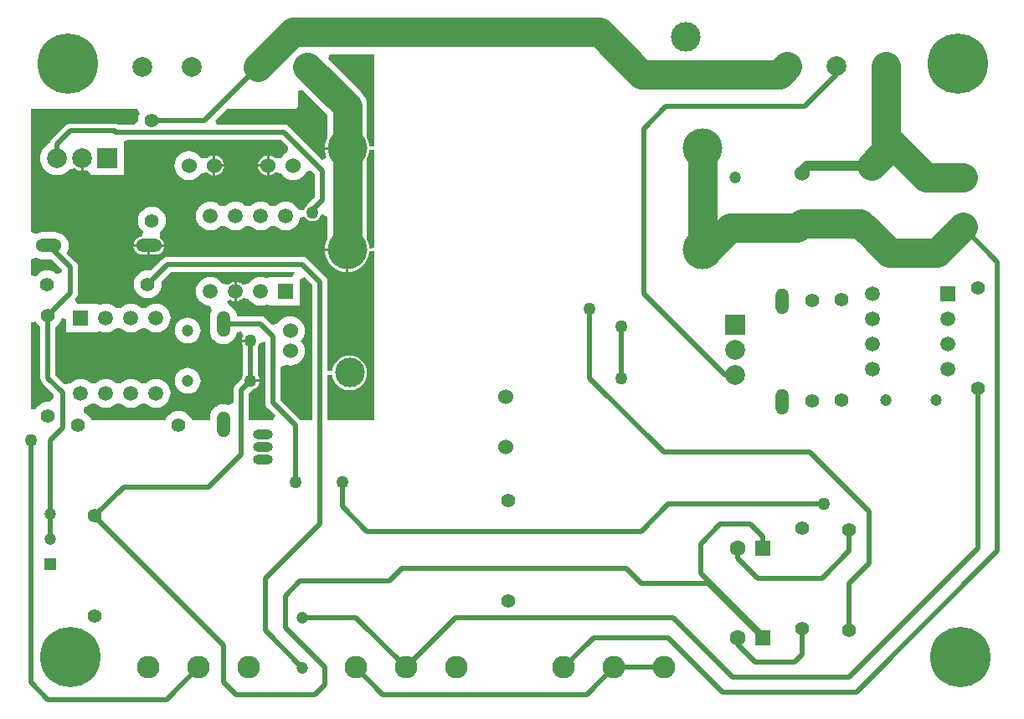
<source format=gbl>
G04*
G04 #@! TF.GenerationSoftware,Altium Limited,Altium Designer,18.0.7 (293)*
G04*
G04 Layer_Physical_Order=2*
G04 Layer_Color=16711680*
%FSLAX43Y43*%
%MOMM*%
G71*
G01*
G75*
%ADD38C,3.000*%
%ADD39C,0.500*%
%ADD40C,1.000*%
%ADD41R,2.000X2.000*%
%ADD42C,2.000*%
%ADD43O,1.321X2.642*%
%ADD44C,1.524*%
%ADD45C,1.400*%
%ADD46O,2.642X1.321*%
%ADD47C,6.100*%
%ADD48C,1.500*%
%ADD49C,4.000*%
%ADD50O,2.000X1.000*%
%ADD51O,2.000X1.000*%
%ADD52R,2.000X2.000*%
%ADD53C,1.200*%
%ADD54R,1.500X1.500*%
%ADD55R,1.500X1.500*%
%ADD56C,2.286*%
%ADD57R,1.600X1.600*%
%ADD58C,1.600*%
%ADD59R,1.200X1.200*%
%ADD60C,1.270*%
%ADD61C,3.000*%
G36*
X11888Y60339D02*
X12021Y60000D01*
X11950Y59868D01*
X11870Y59604D01*
X11843Y59330D01*
X11439Y58882D01*
X9908D01*
X9878Y58905D01*
X9696Y58981D01*
X9500Y59006D01*
X5000D01*
X4804Y58981D01*
X4622Y58905D01*
X4465Y58785D01*
X4465Y58785D01*
X3135Y57455D01*
X3015Y57298D01*
X2939Y57116D01*
X2928Y57031D01*
X2721Y56920D01*
X2462Y56708D01*
X2250Y56449D01*
X2092Y56154D01*
X1995Y55833D01*
X1962Y55500D01*
X1995Y55167D01*
X2092Y54846D01*
X2250Y54551D01*
X2462Y54292D01*
X2721Y54080D01*
X3016Y53922D01*
X3337Y53825D01*
X3670Y53792D01*
X4003Y53825D01*
X4324Y53922D01*
X4619Y54080D01*
X4878Y54292D01*
X4905Y54325D01*
X4956Y54360D01*
X5510Y54452D01*
X5728Y54336D01*
X5964Y54264D01*
X6083Y54252D01*
Y55500D01*
X6337D01*
Y54252D01*
X6456Y54264D01*
X6550Y54293D01*
X6914Y54103D01*
X7050Y53960D01*
Y53800D01*
X10450D01*
Y57200D01*
X10880Y57370D01*
X26311D01*
X27034Y56647D01*
X27000Y56324D01*
X26905Y56068D01*
X26724Y55971D01*
X26501Y55789D01*
X26319Y55566D01*
X26296Y55524D01*
X25752Y55465D01*
X25725Y55475D01*
X25512Y55637D01*
X25265Y55740D01*
X25127Y55758D01*
Y54750D01*
Y53742D01*
X25265Y53760D01*
X25512Y53863D01*
X25725Y54025D01*
X25752Y54035D01*
X26296Y53976D01*
X26319Y53934D01*
X26501Y53711D01*
X26724Y53529D01*
X26978Y53393D01*
X27253Y53309D01*
X27540Y53281D01*
X27827Y53309D01*
X28102Y53393D01*
X28356Y53529D01*
X28579Y53711D01*
X28761Y53934D01*
X28858Y54115D01*
X29114Y54210D01*
X29368Y54236D01*
X29744Y53884D01*
Y51563D01*
X28965Y50785D01*
X28965Y50785D01*
X28845Y50628D01*
X28825Y50581D01*
X28723Y50448D01*
X28644Y50255D01*
X28568Y50229D01*
X28172Y50207D01*
X28128Y50221D01*
X28001Y50457D01*
X27820Y50678D01*
X27599Y50859D01*
X27348Y50994D01*
X27074Y51077D01*
X26790Y51105D01*
X26506Y51077D01*
X26232Y50994D01*
X25981Y50859D01*
X25840Y50744D01*
X25753Y50678D01*
X25287D01*
X25200Y50744D01*
X25059Y50859D01*
X24808Y50994D01*
X24534Y51077D01*
X24250Y51105D01*
X23966Y51077D01*
X23692Y50994D01*
X23441Y50859D01*
X23300Y50744D01*
X23213Y50678D01*
X22747D01*
X22660Y50744D01*
X22519Y50859D01*
X22268Y50994D01*
X21994Y51077D01*
X21710Y51105D01*
X21426Y51077D01*
X21152Y50994D01*
X20901Y50859D01*
X20760Y50744D01*
X20673Y50678D01*
X20207D01*
X20120Y50744D01*
X19979Y50859D01*
X19728Y50994D01*
X19454Y51077D01*
X19170Y51105D01*
X18886Y51077D01*
X18612Y50994D01*
X18361Y50859D01*
X18140Y50678D01*
X17959Y50457D01*
X17824Y50206D01*
X17741Y49932D01*
X17713Y49648D01*
X17741Y49364D01*
X17824Y49090D01*
X17959Y48839D01*
X18140Y48618D01*
X18361Y48437D01*
X18612Y48302D01*
X18886Y48219D01*
X19170Y48191D01*
X19454Y48219D01*
X19728Y48302D01*
X19979Y48437D01*
X20120Y48552D01*
X20207Y48618D01*
X20673D01*
X20760Y48552D01*
X20901Y48437D01*
X21152Y48302D01*
X21426Y48219D01*
X21710Y48191D01*
X21994Y48219D01*
X22268Y48302D01*
X22519Y48437D01*
X22660Y48552D01*
X22747Y48618D01*
X23213D01*
X23300Y48552D01*
X23441Y48437D01*
X23692Y48302D01*
X23966Y48219D01*
X24250Y48191D01*
X24534Y48219D01*
X24808Y48302D01*
X25059Y48437D01*
X25200Y48552D01*
X25287Y48618D01*
X25753D01*
X25840Y48552D01*
X25981Y48437D01*
X26232Y48302D01*
X26506Y48219D01*
X26790Y48191D01*
X27074Y48219D01*
X27348Y48302D01*
X27599Y48437D01*
X27820Y48618D01*
X28001Y48839D01*
X28136Y49090D01*
X28219Y49364D01*
X28227Y49444D01*
X28663Y49539D01*
X28738Y49533D01*
X28866Y49366D01*
X29052Y49223D01*
X29268Y49134D01*
X29500Y49103D01*
X29732Y49134D01*
X29948Y49223D01*
X30134Y49366D01*
X30277Y49552D01*
X30366Y49768D01*
X30490Y49845D01*
X30990Y49568D01*
Y47284D01*
X30985Y47276D01*
X30850Y46949D01*
X30767Y46604D01*
X30749Y46377D01*
X33000D01*
Y46250D01*
X33127D01*
Y43999D01*
X33354Y44017D01*
X33699Y44100D01*
X34026Y44235D01*
X34329Y44421D01*
X34599Y44651D01*
X34829Y44921D01*
X35015Y45224D01*
X35150Y45551D01*
X35233Y45896D01*
X35250Y46111D01*
X35750Y46091D01*
Y29000D01*
X31006D01*
Y33561D01*
X31506Y33586D01*
X31521Y33434D01*
X31622Y33104D01*
X31785Y32799D01*
X32004Y32532D01*
X32271Y32313D01*
X32576Y32150D01*
X32906Y32049D01*
X33250Y32016D01*
X33594Y32049D01*
X33924Y32150D01*
X34229Y32313D01*
X34496Y32532D01*
X34715Y32799D01*
X34878Y33104D01*
X34979Y33434D01*
X35012Y33778D01*
X34979Y34122D01*
X34878Y34452D01*
X34715Y34757D01*
X34496Y35024D01*
X34229Y35243D01*
X33924Y35406D01*
X33594Y35507D01*
X33250Y35540D01*
X32906Y35507D01*
X32576Y35406D01*
X32271Y35243D01*
X32004Y35024D01*
X31785Y34757D01*
X31622Y34452D01*
X31521Y34122D01*
X31506Y33970D01*
X31006Y33995D01*
Y43000D01*
X31006Y43000D01*
X30981Y43196D01*
X30905Y43378D01*
X30785Y43535D01*
X30785Y43535D01*
X29035Y45285D01*
X28878Y45405D01*
X28696Y45481D01*
X28500Y45506D01*
X14830D01*
X14634Y45481D01*
X14452Y45405D01*
X14295Y45285D01*
X13132Y44121D01*
X13104Y44130D01*
X12830Y44157D01*
X12556Y44130D01*
X12292Y44050D01*
X12048Y43920D01*
X11835Y43745D01*
X11660Y43532D01*
X11530Y43288D01*
X11450Y43024D01*
X11423Y42750D01*
X11450Y42476D01*
X11530Y42212D01*
X11660Y41968D01*
X11835Y41755D01*
X12048Y41580D01*
X12292Y41450D01*
X12556Y41370D01*
X12830Y41343D01*
X13104Y41370D01*
X13368Y41450D01*
X13612Y41580D01*
X13825Y41755D01*
X14000Y41968D01*
X14130Y42212D01*
X14210Y42476D01*
X14237Y42750D01*
X14210Y43024D01*
X14201Y43052D01*
X15143Y43994D01*
X27667D01*
X27678Y43978D01*
X27411Y43478D01*
X25340D01*
X25340Y43478D01*
X24840Y43357D01*
X24808Y43374D01*
X24534Y43457D01*
X24250Y43485D01*
X23966Y43457D01*
X23692Y43374D01*
X23441Y43239D01*
X23220Y43058D01*
X23039Y42837D01*
X23003Y42771D01*
X22999Y42769D01*
X22500Y42715D01*
X22431Y42738D01*
X22426Y42744D01*
X22216Y42905D01*
X21972Y43006D01*
X21837Y43024D01*
Y42028D01*
Y41032D01*
X21972Y41050D01*
X22216Y41151D01*
X22426Y41312D01*
X22431Y41318D01*
X22500Y41341D01*
X22999Y41287D01*
X23003Y41285D01*
X23039Y41219D01*
X23220Y40998D01*
X23441Y40817D01*
X23692Y40682D01*
X23966Y40599D01*
X24250Y40571D01*
X24534Y40599D01*
X24808Y40682D01*
X24840Y40699D01*
X25340Y40578D01*
Y40578D01*
X28240D01*
Y43233D01*
X28740Y43440D01*
X29494Y42687D01*
Y29000D01*
X28312D01*
X28285Y29035D01*
X28285Y29035D01*
X26256Y31063D01*
Y34290D01*
X26534Y34507D01*
X26756Y34606D01*
X26963Y34543D01*
X27250Y34515D01*
X27537Y34543D01*
X27812Y34627D01*
X28066Y34763D01*
X28289Y34945D01*
X28471Y35168D01*
X28607Y35422D01*
X28691Y35697D01*
X28719Y35984D01*
X28691Y36271D01*
X28607Y36546D01*
X28471Y36800D01*
X28308Y37000D01*
X28471Y37200D01*
X28607Y37454D01*
X28691Y37729D01*
X28719Y38016D01*
X28691Y38303D01*
X28607Y38578D01*
X28471Y38832D01*
X28289Y39055D01*
X28066Y39237D01*
X27812Y39373D01*
X27537Y39457D01*
X27250Y39485D01*
X26963Y39457D01*
X26688Y39373D01*
X26434Y39237D01*
X26211Y39055D01*
X26029Y38832D01*
X25999Y38778D01*
X25500Y38652D01*
X25399Y38671D01*
X24797Y39273D01*
X24640Y39393D01*
X24458Y39469D01*
X24262Y39494D01*
X21835D01*
X21818Y39665D01*
X21740Y39922D01*
X21614Y40158D01*
X21444Y40365D01*
X21237Y40535D01*
X21001Y40661D01*
X20885Y41019D01*
X21204Y41151D01*
X21448Y41050D01*
X21583Y41032D01*
Y42028D01*
Y43024D01*
X21448Y43006D01*
X21204Y42905D01*
X20994Y42744D01*
X20989Y42738D01*
X20920Y42715D01*
X20421Y42769D01*
X20417Y42771D01*
X20381Y42837D01*
X20200Y43058D01*
X19979Y43239D01*
X19728Y43374D01*
X19454Y43457D01*
X19170Y43485D01*
X18886Y43457D01*
X18612Y43374D01*
X18361Y43239D01*
X18140Y43058D01*
X17959Y42837D01*
X17824Y42586D01*
X17741Y42312D01*
X17713Y42028D01*
X17741Y41744D01*
X17824Y41470D01*
X17959Y41219D01*
X18140Y40998D01*
X18361Y40817D01*
X18612Y40682D01*
X18886Y40599D01*
X19043Y40583D01*
X19242Y40299D01*
X19300Y40081D01*
X19215Y39922D01*
X19137Y39665D01*
X19111Y39398D01*
Y38078D01*
X19137Y37811D01*
X19215Y37554D01*
X19341Y37318D01*
X19511Y37111D01*
X19718Y36941D01*
X19954Y36815D01*
X20211Y36737D01*
X20478Y36711D01*
X20744Y36737D01*
X21001Y36815D01*
X21237Y36941D01*
X21444Y37111D01*
X21614Y37318D01*
X21740Y37554D01*
X21818Y37811D01*
X21825Y37884D01*
X22302Y37962D01*
X22499Y37482D01*
X22473Y37448D01*
X22384Y37232D01*
X22370Y37127D01*
X23250D01*
Y36873D01*
X22370D01*
X22384Y36768D01*
X22473Y36552D01*
X22494Y36526D01*
Y33474D01*
X22473Y33448D01*
X22384Y33232D01*
X22380Y33199D01*
X21715Y32535D01*
X21595Y32378D01*
X21519Y32196D01*
X21494Y32000D01*
Y30791D01*
X21001Y30501D01*
X20744Y30579D01*
X20478Y30605D01*
X20211Y30579D01*
X19954Y30501D01*
X19718Y30375D01*
X19511Y30205D01*
X19341Y29998D01*
X19215Y29762D01*
X19137Y29505D01*
X19111Y29238D01*
Y29000D01*
X17277D01*
X17257Y29066D01*
X17127Y29310D01*
X16952Y29523D01*
X16739Y29698D01*
X16496Y29828D01*
X16232Y29908D01*
X15958Y29935D01*
X15683Y29908D01*
X15419Y29828D01*
X15176Y29698D01*
X14963Y29523D01*
X14788Y29310D01*
X14658Y29066D01*
X14638Y29000D01*
X7117D01*
X7097Y29066D01*
X6967Y29310D01*
X6792Y29523D01*
X6579Y29698D01*
X6402Y29792D01*
X6379Y30021D01*
X6445Y30317D01*
X6625Y30372D01*
X6877Y30506D01*
X7017Y30622D01*
X7104Y30688D01*
X7570D01*
X7658Y30622D01*
X7798Y30506D01*
X8050Y30372D01*
X8323Y30289D01*
X8607Y30261D01*
X8892Y30289D01*
X9165Y30372D01*
X9417Y30506D01*
X9557Y30622D01*
X9644Y30688D01*
X10110D01*
X10198Y30622D01*
X10338Y30506D01*
X10590Y30372D01*
X10863Y30289D01*
X11147Y30261D01*
X11432Y30289D01*
X11705Y30372D01*
X11957Y30506D01*
X12097Y30622D01*
X12184Y30688D01*
X12650D01*
X12738Y30622D01*
X12878Y30506D01*
X13130Y30372D01*
X13403Y30289D01*
X13687Y30261D01*
X13972Y30289D01*
X14245Y30372D01*
X14497Y30506D01*
X14718Y30688D01*
X14899Y30908D01*
X15034Y31160D01*
X15116Y31434D01*
X15144Y31718D01*
X15116Y32002D01*
X15034Y32276D01*
X14899Y32527D01*
X14718Y32748D01*
X14497Y32929D01*
X14245Y33064D01*
X13972Y33147D01*
X13687Y33175D01*
X13403Y33147D01*
X13130Y33064D01*
X12878Y32929D01*
X12738Y32814D01*
X12650Y32748D01*
X12184D01*
X12097Y32814D01*
X11957Y32929D01*
X11705Y33064D01*
X11432Y33147D01*
X11147Y33175D01*
X10863Y33147D01*
X10590Y33064D01*
X10338Y32929D01*
X10198Y32814D01*
X10110Y32748D01*
X9644D01*
X9557Y32814D01*
X9417Y32929D01*
X9165Y33064D01*
X8892Y33147D01*
X8607Y33175D01*
X8323Y33147D01*
X8050Y33064D01*
X7798Y32929D01*
X7658Y32814D01*
X7570Y32748D01*
X7104D01*
X7017Y32814D01*
X6877Y32929D01*
X6625Y33064D01*
X6352Y33147D01*
X6067Y33175D01*
X5783Y33147D01*
X5510Y33064D01*
X5258Y32929D01*
X5037Y32748D01*
X5033Y32744D01*
X4413Y32657D01*
X3506Y33563D01*
Y38425D01*
X3532Y38438D01*
X3745Y38613D01*
X3920Y38826D01*
X4050Y39070D01*
X4130Y39334D01*
X4617Y39266D01*
Y37888D01*
X7517D01*
X7517Y37888D01*
X8017Y38009D01*
X8050Y37992D01*
X8323Y37909D01*
X8607Y37881D01*
X8892Y37909D01*
X9165Y37992D01*
X9417Y38126D01*
X9557Y38242D01*
X9644Y38308D01*
X10110D01*
X10198Y38242D01*
X10338Y38126D01*
X10590Y37992D01*
X10863Y37909D01*
X11147Y37881D01*
X11432Y37909D01*
X11705Y37992D01*
X11957Y38126D01*
X12097Y38242D01*
X12184Y38308D01*
X12650D01*
X12738Y38242D01*
X12878Y38126D01*
X13130Y37992D01*
X13403Y37909D01*
X13687Y37881D01*
X13972Y37909D01*
X14245Y37992D01*
X14497Y38126D01*
X14718Y38308D01*
X14899Y38528D01*
X15034Y38780D01*
X15116Y39054D01*
X15144Y39338D01*
X15116Y39622D01*
X15034Y39896D01*
X14899Y40147D01*
X14718Y40368D01*
X14497Y40549D01*
X14245Y40684D01*
X13972Y40767D01*
X13687Y40795D01*
X13403Y40767D01*
X13130Y40684D01*
X12878Y40549D01*
X12738Y40434D01*
X12650Y40368D01*
X12184D01*
X12097Y40434D01*
X11957Y40549D01*
X11705Y40684D01*
X11432Y40767D01*
X11147Y40795D01*
X10863Y40767D01*
X10590Y40684D01*
X10338Y40549D01*
X10198Y40434D01*
X10110Y40368D01*
X9644D01*
X9557Y40434D01*
X9417Y40549D01*
X9165Y40684D01*
X8892Y40767D01*
X8607Y40795D01*
X8323Y40767D01*
X8050Y40684D01*
X8017Y40667D01*
X7517Y40788D01*
Y40788D01*
X5653D01*
X5462Y41250D01*
X5535Y41323D01*
X5655Y41480D01*
X5731Y41662D01*
X5756Y41858D01*
Y44500D01*
X5756Y44500D01*
X5731Y44696D01*
X5655Y44878D01*
X5535Y45035D01*
X5535Y45035D01*
X4626Y45944D01*
X4723Y46127D01*
X4801Y46383D01*
X4827Y46650D01*
X4801Y46917D01*
X4723Y47173D01*
X4597Y47409D01*
X4427Y47617D01*
X4220Y47787D01*
X3984Y47913D01*
X3727Y47991D01*
X3460Y48017D01*
X2140D01*
X1873Y47991D01*
X1616Y47913D01*
X1500Y47851D01*
X1146Y47993D01*
X1000Y48121D01*
Y60500D01*
X11752D01*
X11888Y60339D01*
D02*
G37*
G36*
X35750Y56659D02*
X35250Y56639D01*
X35233Y56854D01*
X35150Y57199D01*
X35015Y57526D01*
X35010Y57534D01*
Y60759D01*
X34971Y61152D01*
X34857Y61528D01*
X34671Y61876D01*
X34421Y62180D01*
X31063Y65538D01*
X31255Y66000D01*
X35750D01*
Y56659D01*
D02*
G37*
G36*
X30990Y59927D02*
Y57534D01*
X30985Y57526D01*
X30850Y57199D01*
X30767Y56854D01*
X30749Y56627D01*
X33000D01*
Y56373D01*
X30749D01*
X30767Y56146D01*
X30850Y55801D01*
X30937Y55589D01*
X30514Y55306D01*
X27159Y58661D01*
X27002Y58781D01*
X26820Y58857D01*
X26624Y58882D01*
X19856D01*
X19664Y59344D01*
X20820Y60500D01*
X27750D01*
X28000Y60750D01*
Y62264D01*
X28462Y62455D01*
X30990Y59927D01*
D02*
G37*
G36*
X35750Y56341D02*
Y46409D01*
X35250Y46389D01*
X35233Y46604D01*
X35150Y46949D01*
X35015Y47276D01*
X35010Y47284D01*
Y55466D01*
X35015Y55474D01*
X35150Y55801D01*
X35233Y56146D01*
X35250Y56361D01*
X35750Y56341D01*
D02*
G37*
G36*
X1616Y45387D02*
X1873Y45309D01*
X2140Y45283D01*
X3147D01*
X4172Y44258D01*
X4127Y43969D01*
X3854Y43836D01*
X3607Y43792D01*
X3452Y43920D01*
X3208Y44050D01*
X2944Y44130D01*
X2670Y44157D01*
X2396Y44130D01*
X2132Y44050D01*
X1888Y43920D01*
X1675Y43745D01*
X1500Y43532D01*
X1500Y43531D01*
X1000Y43656D01*
Y45179D01*
X1146Y45307D01*
X1500Y45449D01*
X1616Y45387D01*
D02*
G37*
G36*
X1580Y38826D02*
X1755Y38613D01*
X1968Y38438D01*
X1994Y38425D01*
Y33250D01*
X2019Y33054D01*
X2095Y32872D01*
X2215Y32715D01*
X3321Y31610D01*
X3296Y31193D01*
X2859Y30844D01*
X2750Y30855D01*
X2476Y30828D01*
X2212Y30748D01*
X1968Y30618D01*
X1755Y30443D01*
X1580Y30230D01*
X1500Y30079D01*
X1128Y30115D01*
X1000Y30166D01*
Y38890D01*
X1128Y38941D01*
X1500Y38977D01*
X1580Y38826D01*
D02*
G37*
G36*
X24744Y36862D02*
Y30750D01*
X24769Y30554D01*
X24845Y30372D01*
X24965Y30215D01*
X25718Y29462D01*
X25527Y29000D01*
X23006D01*
Y31687D01*
X23449Y32130D01*
X23482Y32134D01*
X23698Y32223D01*
X23884Y32366D01*
X24027Y32552D01*
X24116Y32768D01*
X24130Y32873D01*
X23250D01*
Y33127D01*
X24130D01*
X24116Y33232D01*
X24027Y33448D01*
X24006Y33474D01*
Y36526D01*
X24027Y36552D01*
X24076Y36670D01*
X24383Y36846D01*
X24641Y36922D01*
X24744Y36862D01*
D02*
G37*
%LPC*%
G36*
X19667Y55758D02*
Y54877D01*
X20548D01*
X20530Y55015D01*
X20427Y55262D01*
X20265Y55475D01*
X20052Y55637D01*
X19805Y55740D01*
X19667Y55758D01*
D02*
G37*
G36*
X24873D02*
X24735Y55740D01*
X24488Y55637D01*
X24275Y55475D01*
X24113Y55262D01*
X24010Y55015D01*
X23992Y54877D01*
X24873D01*
Y55758D01*
D02*
G37*
G36*
X20548Y54623D02*
X19667D01*
Y53742D01*
X19805Y53760D01*
X20052Y53863D01*
X20265Y54025D01*
X20427Y54238D01*
X20530Y54485D01*
X20548Y54623D01*
D02*
G37*
G36*
X24873D02*
X23992D01*
X24010Y54485D01*
X24113Y54238D01*
X24275Y54025D01*
X24488Y53863D01*
X24735Y53760D01*
X24873Y53742D01*
Y54623D01*
D02*
G37*
G36*
X17000Y56219D02*
X16713Y56191D01*
X16438Y56107D01*
X16184Y55971D01*
X15961Y55789D01*
X15779Y55566D01*
X15643Y55312D01*
X15559Y55037D01*
X15531Y54750D01*
X15559Y54463D01*
X15643Y54188D01*
X15779Y53934D01*
X15961Y53711D01*
X16184Y53529D01*
X16438Y53393D01*
X16713Y53309D01*
X17000Y53281D01*
X17287Y53309D01*
X17562Y53393D01*
X17816Y53529D01*
X18039Y53711D01*
X18221Y53934D01*
X18244Y53976D01*
X18788Y54035D01*
X18815Y54025D01*
X19028Y53863D01*
X19275Y53760D01*
X19413Y53742D01*
Y54750D01*
Y55758D01*
X19275Y55740D01*
X19028Y55637D01*
X18815Y55475D01*
X18788Y55465D01*
X18244Y55524D01*
X18221Y55566D01*
X18039Y55789D01*
X17816Y55971D01*
X17562Y56107D01*
X17287Y56191D01*
X17000Y56219D01*
D02*
G37*
G36*
X13250Y50577D02*
X12976Y50550D01*
X12712Y50470D01*
X12468Y50340D01*
X12255Y50165D01*
X12080Y49952D01*
X11950Y49708D01*
X11870Y49444D01*
X11843Y49170D01*
X11870Y48896D01*
X11950Y48632D01*
X12080Y48388D01*
X12255Y48175D01*
X12381Y48072D01*
X12327Y47741D01*
X12230Y47563D01*
X12061Y47541D01*
X11838Y47449D01*
X11647Y47302D01*
X11501Y47111D01*
X11409Y46889D01*
X11394Y46777D01*
X14526D01*
X14511Y46889D01*
X14419Y47111D01*
X14273Y47302D01*
X14082Y47449D01*
X14070Y47454D01*
X14032Y48000D01*
X14245Y48175D01*
X14420Y48388D01*
X14550Y48632D01*
X14630Y48896D01*
X14657Y49170D01*
X14630Y49444D01*
X14550Y49708D01*
X14420Y49952D01*
X14245Y50165D01*
X14032Y50340D01*
X13788Y50470D01*
X13524Y50550D01*
X13250Y50577D01*
D02*
G37*
G36*
X14526Y46523D02*
X13087D01*
Y45728D01*
X13620D01*
X13859Y45759D01*
X14082Y45851D01*
X14273Y45998D01*
X14419Y46189D01*
X14511Y46411D01*
X14526Y46523D01*
D02*
G37*
G36*
X12833D02*
X11394D01*
X11409Y46411D01*
X11501Y46189D01*
X11647Y45998D01*
X11838Y45851D01*
X12061Y45759D01*
X12300Y45728D01*
X12833D01*
Y46523D01*
D02*
G37*
G36*
X32873Y46123D02*
X30749D01*
X30767Y45896D01*
X30850Y45551D01*
X30985Y45224D01*
X31171Y44921D01*
X31401Y44651D01*
X31671Y44421D01*
X31974Y44235D01*
X32301Y44100D01*
X32646Y44017D01*
X32873Y43999D01*
Y46123D01*
D02*
G37*
G36*
X16878Y39374D02*
X16623Y39349D01*
X16378Y39275D01*
X16152Y39154D01*
X15954Y38992D01*
X15791Y38794D01*
X15671Y38568D01*
X15596Y38323D01*
X15571Y38068D01*
X15596Y37813D01*
X15671Y37568D01*
X15791Y37342D01*
X15954Y37144D01*
X16152Y36982D01*
X16378Y36861D01*
X16623Y36787D01*
X16878Y36762D01*
X17132Y36787D01*
X17377Y36861D01*
X17603Y36982D01*
X17801Y37144D01*
X17964Y37342D01*
X18084Y37568D01*
X18159Y37813D01*
X18184Y38068D01*
X18159Y38323D01*
X18084Y38568D01*
X17964Y38794D01*
X17801Y38992D01*
X17603Y39154D01*
X17377Y39275D01*
X17132Y39349D01*
X16878Y39374D01*
D02*
G37*
G36*
Y34294D02*
X16623Y34269D01*
X16378Y34195D01*
X16152Y34074D01*
X15954Y33912D01*
X15791Y33714D01*
X15671Y33488D01*
X15596Y33243D01*
X15571Y32988D01*
X15596Y32733D01*
X15671Y32488D01*
X15791Y32262D01*
X15954Y32064D01*
X16152Y31902D01*
X16378Y31781D01*
X16623Y31707D01*
X16878Y31682D01*
X17132Y31707D01*
X17377Y31781D01*
X17603Y31902D01*
X17801Y32064D01*
X17964Y32262D01*
X18084Y32488D01*
X18159Y32733D01*
X18184Y32988D01*
X18159Y33243D01*
X18084Y33488D01*
X17964Y33714D01*
X17801Y33912D01*
X17603Y34074D01*
X17377Y34195D01*
X17132Y34269D01*
X16878Y34294D01*
D02*
G37*
%LPD*%
D38*
X76713Y64000D02*
X77491Y64778D01*
X62750Y64000D02*
X76713D01*
X58500Y68250D02*
X62750Y64000D01*
X27500Y68250D02*
X58500D01*
X24000Y64750D02*
X27500Y68250D01*
X87509Y56259D02*
Y57571D01*
X86000Y54750D02*
X87509Y56259D01*
Y57571D02*
X89000Y56080D01*
X87509Y57571D02*
Y64778D01*
X89000Y56080D02*
X91552Y53528D01*
X95250D01*
X92651Y45920D02*
X95250Y48519D01*
X89000Y45920D02*
X92651D01*
X71710Y48460D02*
X72250D01*
X69500Y46250D02*
X71710Y48460D01*
X68930Y46250D02*
X69500D01*
X87830Y45920D02*
X89000D01*
X86000Y47750D02*
X87830Y45920D01*
X84830Y48920D02*
X86000Y47750D01*
X79000Y48920D02*
X84830D01*
X78540Y48460D02*
X79000Y48920D01*
X72250Y48460D02*
X78540D01*
X68930Y46250D02*
Y56500D01*
X33000Y46250D02*
Y56500D01*
Y60759D01*
X29009Y64750D02*
X33000Y60759D01*
D39*
X20500Y2500D02*
Y6250D01*
X7500Y19250D02*
X20500Y6250D01*
X22250Y32000D02*
X23250Y33000D01*
X22250Y25500D02*
Y32000D01*
X19000Y22250D02*
X22250Y25500D01*
X10420Y22250D02*
X19000D01*
X7500Y19330D02*
X10420Y22250D01*
X7500Y19250D02*
Y19330D01*
X20500Y2500D02*
X21750Y1250D01*
X29750D01*
X30750Y2250D01*
Y4000D01*
X26750Y8000D02*
X30750Y4000D01*
X26750Y8000D02*
Y11250D01*
X28250Y12750D01*
X37250D01*
X38500Y14000D01*
X61250D01*
X62750Y12500D01*
X69500D01*
X75000Y7000D01*
X24750Y13000D02*
X30250Y18500D01*
X24750Y7710D02*
Y13000D01*
Y7710D02*
X28500Y3960D01*
X75000Y7250D02*
Y7500D01*
Y7000D02*
Y7250D01*
X96750Y16000D02*
Y32250D01*
X83750Y3000D02*
X96750Y16000D01*
X77816Y3000D02*
X83750D01*
X98750Y15750D02*
Y45019D01*
X84500Y1500D02*
X98750Y15750D01*
X71000Y1500D02*
X84500D01*
X83750Y15750D02*
Y17830D01*
X81000Y13000D02*
X83750Y15750D01*
X29500Y50250D02*
X29500D01*
X83750Y7750D02*
Y12500D01*
Y7670D02*
Y7750D01*
Y12500D02*
X85750Y14500D01*
X63000Y58500D02*
X65250Y60750D01*
X63000Y41750D02*
Y58500D01*
Y41750D02*
X71222Y33528D01*
X79250Y60750D02*
X82500Y64000D01*
X65250Y60750D02*
X79250D01*
X57500Y33250D02*
Y40250D01*
Y33250D02*
X65000Y25750D01*
X79750D01*
X85750Y19750D01*
Y14500D02*
Y19750D01*
X35000Y17750D02*
X62750D01*
X32500Y20250D02*
X35000Y17750D01*
X32500Y20250D02*
Y22750D01*
X30250Y18500D02*
Y43000D01*
X27750Y23000D02*
Y28500D01*
X25500Y30750D02*
X27750Y28500D01*
X25500Y30750D02*
Y37500D01*
X24262Y38738D02*
X25500Y37500D01*
X20478Y38738D02*
X24262D01*
X62750Y17750D02*
X65500Y20500D01*
X81250D01*
X73750Y18500D02*
X75000Y17250D01*
X70750Y18500D02*
X73750D01*
X68750Y16500D02*
X70750Y18500D01*
X68750Y13500D02*
Y16500D01*
Y13500D02*
X75000Y7250D01*
Y16000D02*
Y17250D01*
X74500Y13000D02*
X81000D01*
X72460Y15040D02*
X74500Y13000D01*
X72460Y15040D02*
Y16000D01*
X74250Y4500D02*
X78250D01*
X72460Y6290D02*
X74250Y4500D01*
X72460Y6290D02*
Y7000D01*
X78250Y4500D02*
X79000Y5250D01*
X77812Y2996D02*
X77816Y3000D01*
X72004Y2996D02*
X77812D01*
X66000Y9000D02*
X72004Y2996D01*
X43920Y9000D02*
X66000D01*
X38920Y4000D02*
X43920Y9000D01*
X57920Y7000D02*
X65500D01*
X23250Y33000D02*
Y37000D01*
X2750Y33250D02*
Y39608D01*
Y33250D02*
X4250Y31750D01*
Y28250D02*
Y31750D01*
X3000Y27000D02*
X4250Y28250D01*
X3000Y19540D02*
Y27000D01*
X30500Y51250D02*
Y54250D01*
X26624Y58126D02*
X30500Y54250D01*
X9624Y58126D02*
X26624D01*
X29500Y50000D02*
Y50250D01*
X29500D02*
X30500Y51250D01*
X9500Y58250D02*
X9624Y58126D01*
X5000Y58250D02*
X9500D01*
X3670Y56920D02*
X5000Y58250D01*
X3670Y55500D02*
Y56920D01*
X28500Y44750D02*
X30250Y43000D01*
X14830Y44750D02*
X28500D01*
X12830Y42750D02*
X14830Y44750D01*
X1000Y2500D02*
Y27000D01*
Y2500D02*
X2750Y750D01*
X14750D01*
X18000Y4000D01*
X2800Y46650D02*
X2850D01*
X5000Y44500D01*
Y41858D02*
Y44500D01*
X2750Y39608D02*
X5000Y41858D01*
X95250Y48519D02*
X98750Y45019D01*
X65500Y7000D02*
X71000Y1500D01*
X54920Y4000D02*
X57920Y7000D01*
X28500Y9040D02*
X33880D01*
X38920Y4000D01*
X60750Y33250D02*
Y38500D01*
X82500Y64000D02*
Y64778D01*
X71222Y33528D02*
X72250D01*
X8500Y31611D02*
X8607Y31718D01*
X3000Y17000D02*
Y19540D01*
X60000Y4000D02*
X65080D01*
X57250Y1250D02*
X60000Y4000D01*
X36590Y1250D02*
X57250D01*
X33840Y4000D02*
X36590Y1250D01*
X79000Y5250D02*
Y7920D01*
X18580Y59330D02*
X24000Y64750D01*
X13250Y59330D02*
X18580D01*
D40*
X79500Y54750D02*
X86000D01*
X79000Y54250D02*
X79500Y54750D01*
X79000Y54000D02*
Y54250D01*
D41*
X8750Y55500D02*
D03*
D42*
X6210D02*
D03*
X3670D02*
D03*
X17259Y64750D02*
D03*
X12250D02*
D03*
X29009D02*
D03*
X24000D02*
D03*
X77491Y64778D02*
D03*
X82500D02*
D03*
X87509D02*
D03*
X72250Y36068D02*
D03*
Y33528D02*
D03*
X95250Y53528D02*
D03*
Y48519D02*
D03*
D43*
X20478Y28578D02*
D03*
Y38738D02*
D03*
X77000Y41028D02*
D03*
Y30868D02*
D03*
D44*
X27250Y38016D02*
D03*
Y35984D02*
D03*
X25000Y54750D02*
D03*
X27540D02*
D03*
X79000Y48920D02*
D03*
Y54000D02*
D03*
X17000Y54750D02*
D03*
X19540D02*
D03*
X49000Y31330D02*
D03*
Y26250D02*
D03*
D45*
X13250Y59330D02*
D03*
Y49170D02*
D03*
X89000Y45920D02*
D03*
Y56080D02*
D03*
X15958Y28528D02*
D03*
X5798D02*
D03*
X80000Y30948D02*
D03*
Y41108D02*
D03*
X83000Y31028D02*
D03*
Y41188D02*
D03*
X96750Y42410D02*
D03*
Y32250D02*
D03*
X2750Y29448D02*
D03*
Y39608D02*
D03*
X12830Y42750D02*
D03*
X2670D02*
D03*
X49250Y10670D02*
D03*
Y20830D02*
D03*
X83750Y17910D02*
D03*
Y7750D02*
D03*
X79000Y7920D02*
D03*
Y18080D02*
D03*
X7500Y19330D02*
D03*
Y9170D02*
D03*
D46*
X2800Y46650D02*
D03*
X12960D02*
D03*
D47*
X4750Y65028D02*
D03*
X5000Y5000D02*
D03*
X94750Y65028D02*
D03*
X95000Y5000D02*
D03*
D48*
X86000Y54750D02*
D03*
Y47750D02*
D03*
X86130Y34158D02*
D03*
Y36698D02*
D03*
Y39238D02*
D03*
Y41778D02*
D03*
X93750Y34158D02*
D03*
Y36698D02*
D03*
Y39238D02*
D03*
X24250Y42028D02*
D03*
X21710D02*
D03*
X19170D02*
D03*
X26790Y49648D02*
D03*
X24250D02*
D03*
X21710D02*
D03*
X19170D02*
D03*
X13687Y31718D02*
D03*
X11147D02*
D03*
X8607D02*
D03*
X6067D02*
D03*
X13687Y39338D02*
D03*
X11147D02*
D03*
X8607D02*
D03*
D49*
X33000Y56500D02*
D03*
X68930D02*
D03*
X33000Y46250D02*
D03*
X68930D02*
D03*
D50*
X24500Y25000D02*
D03*
Y26270D02*
D03*
D51*
Y27540D02*
D03*
D52*
X72250Y38608D02*
D03*
D53*
X72250Y48460D02*
D03*
Y53540D02*
D03*
X92540Y31028D02*
D03*
X87460D02*
D03*
X16878Y32988D02*
D03*
Y38068D02*
D03*
X28500Y9040D02*
D03*
Y3960D02*
D03*
X3000Y19540D02*
D03*
Y17000D02*
D03*
D54*
X93750Y41778D02*
D03*
D55*
X26790Y42028D02*
D03*
X6067Y39338D02*
D03*
D56*
X12920Y4000D02*
D03*
X18000D02*
D03*
X23080D02*
D03*
X44000D02*
D03*
X38920D02*
D03*
X33840D02*
D03*
X54920D02*
D03*
X60000D02*
D03*
X65080D02*
D03*
D57*
X75000Y16000D02*
D03*
Y7000D02*
D03*
D58*
X72460Y16000D02*
D03*
Y7000D02*
D03*
D59*
X3000Y14460D02*
D03*
D60*
X32500Y22750D02*
D03*
X27750D02*
D03*
X81250Y20500D02*
D03*
X23250Y33000D02*
D03*
X29500Y50000D02*
D03*
X1000Y27000D02*
D03*
X23250Y37000D02*
D03*
X57500Y40250D02*
D03*
X60750Y38500D02*
D03*
Y33250D02*
D03*
D61*
X33250Y33778D02*
D03*
X67250Y67778D02*
D03*
M02*

</source>
